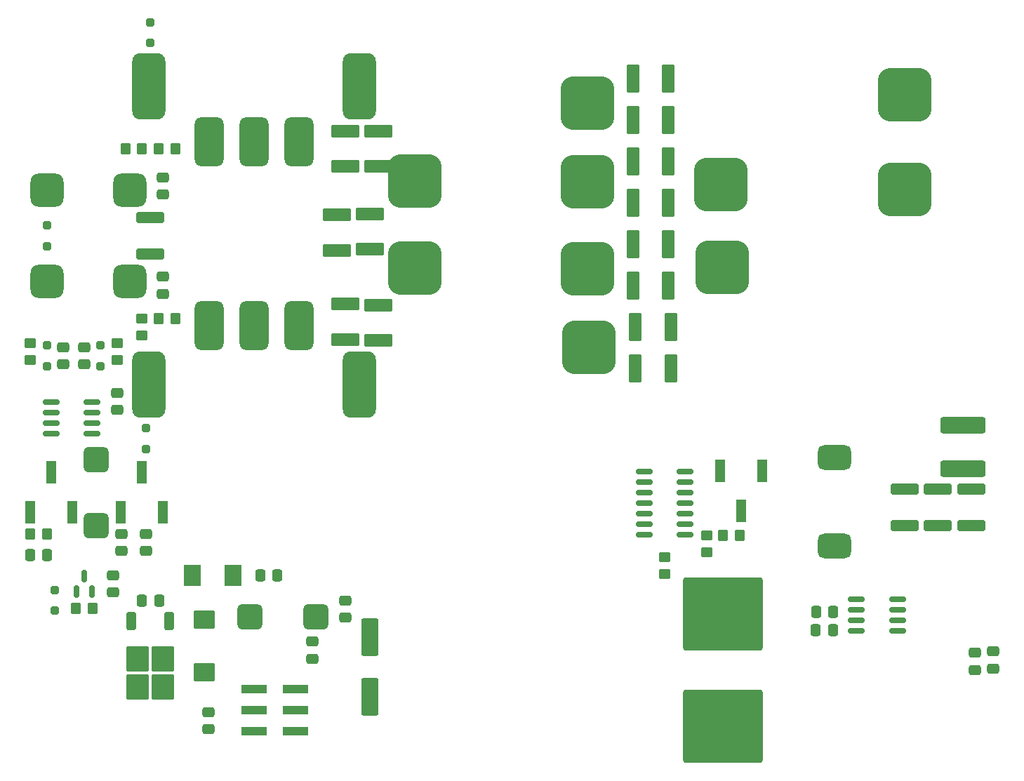
<source format=gbr>
G04 #@! TF.GenerationSoftware,KiCad,Pcbnew,7.0.1*
G04 #@! TF.CreationDate,2023-05-25T18:43:51+02:00*
G04 #@! TF.ProjectId,K_Munin400,4b5f4d75-6e69-46e3-9430-302e6b696361,rev?*
G04 #@! TF.SameCoordinates,Original*
G04 #@! TF.FileFunction,Paste,Top*
G04 #@! TF.FilePolarity,Positive*
%FSLAX46Y46*%
G04 Gerber Fmt 4.6, Leading zero omitted, Abs format (unit mm)*
G04 Created by KiCad (PCBNEW 7.0.1) date 2023-05-25 18:43:51*
%MOMM*%
%LPD*%
G01*
G04 APERTURE LIST*
G04 Aperture macros list*
%AMRoundRect*
0 Rectangle with rounded corners*
0 $1 Rounding radius*
0 $2 $3 $4 $5 $6 $7 $8 $9 X,Y pos of 4 corners*
0 Add a 4 corners polygon primitive as box body*
4,1,4,$2,$3,$4,$5,$6,$7,$8,$9,$2,$3,0*
0 Add four circle primitives for the rounded corners*
1,1,$1+$1,$2,$3*
1,1,$1+$1,$4,$5*
1,1,$1+$1,$6,$7*
1,1,$1+$1,$8,$9*
0 Add four rect primitives between the rounded corners*
20,1,$1+$1,$2,$3,$4,$5,0*
20,1,$1+$1,$4,$5,$6,$7,0*
20,1,$1+$1,$6,$7,$8,$9,0*
20,1,$1+$1,$8,$9,$2,$3,0*%
G04 Aperture macros list end*
%ADD10RoundRect,1.625000X1.625000X1.625000X-1.625000X1.625000X-1.625000X-1.625000X1.625000X-1.625000X0*%
%ADD11RoundRect,1.625000X-1.625000X1.625000X-1.625000X-1.625000X1.625000X-1.625000X1.625000X1.625000X0*%
%ADD12RoundRect,1.000000X1.000000X-1.000000X1.000000X1.000000X-1.000000X1.000000X-1.000000X-1.000000X0*%
%ADD13RoundRect,1.000000X-1.000000X-3.000000X1.000000X-3.000000X1.000000X3.000000X-1.000000X3.000000X0*%
%ADD14RoundRect,0.250000X0.475000X-0.337500X0.475000X0.337500X-0.475000X0.337500X-0.475000X-0.337500X0*%
%ADD15RoundRect,0.250000X-0.475000X0.337500X-0.475000X-0.337500X0.475000X-0.337500X0.475000X0.337500X0*%
%ADD16RoundRect,0.250000X-0.537500X-1.450000X0.537500X-1.450000X0.537500X1.450000X-0.537500X1.450000X0*%
%ADD17RoundRect,0.250000X0.337500X0.475000X-0.337500X0.475000X-0.337500X-0.475000X0.337500X-0.475000X0*%
%ADD18R,3.150000X1.000000*%
%ADD19R,1.190000X2.790000*%
%ADD20RoundRect,0.250000X0.250000X-0.250000X0.250000X0.250000X-0.250000X0.250000X-0.250000X-0.250000X0*%
%ADD21RoundRect,0.250000X-0.450000X0.350000X-0.450000X-0.350000X0.450000X-0.350000X0.450000X0.350000X0*%
%ADD22RoundRect,0.250000X-0.350000X-0.450000X0.350000X-0.450000X0.350000X0.450000X-0.350000X0.450000X0*%
%ADD23RoundRect,0.250000X1.450000X-0.537500X1.450000X0.537500X-1.450000X0.537500X-1.450000X-0.537500X0*%
%ADD24RoundRect,0.250000X-0.250000X0.250000X-0.250000X-0.250000X0.250000X-0.250000X0.250000X0.250000X0*%
%ADD25RoundRect,0.500000X-0.500000X1.500000X-0.500000X-1.500000X0.500000X-1.500000X0.500000X1.500000X0*%
%ADD26RoundRect,0.250000X-1.025000X0.875000X-1.025000X-0.875000X1.025000X-0.875000X1.025000X0.875000X0*%
%ADD27RoundRect,0.249999X-4.550001X4.150001X-4.550001X-4.150001X4.550001X-4.150001X4.550001X4.150001X0*%
%ADD28RoundRect,0.249999X2.450001X-0.737501X2.450001X0.737501X-2.450001X0.737501X-2.450001X-0.737501X0*%
%ADD29RoundRect,0.491801X1.008199X1.008199X-1.008199X1.008199X-1.008199X-1.008199X1.008199X-1.008199X0*%
%ADD30RoundRect,0.150000X0.825000X0.150000X-0.825000X0.150000X-0.825000X-0.150000X0.825000X-0.150000X0*%
%ADD31RoundRect,0.250000X-1.450000X0.400000X-1.450000X-0.400000X1.450000X-0.400000X1.450000X0.400000X0*%
%ADD32RoundRect,0.250000X-1.450000X0.537500X-1.450000X-0.537500X1.450000X-0.537500X1.450000X0.537500X0*%
%ADD33RoundRect,0.150000X-0.825000X-0.150000X0.825000X-0.150000X0.825000X0.150000X-0.825000X0.150000X0*%
%ADD34RoundRect,0.875000X-0.875000X-2.125000X0.875000X-2.125000X0.875000X2.125000X-0.875000X2.125000X0*%
%ADD35RoundRect,0.250001X-0.799999X1.999999X-0.799999X-1.999999X0.799999X-1.999999X0.799999X1.999999X0*%
%ADD36R,2.100000X2.600000*%
%ADD37RoundRect,0.750000X1.250000X0.750000X-1.250000X0.750000X-1.250000X-0.750000X1.250000X-0.750000X0*%
%ADD38RoundRect,0.250000X0.350000X0.450000X-0.350000X0.450000X-0.350000X-0.450000X0.350000X-0.450000X0*%
%ADD39RoundRect,0.150000X0.150000X-0.587500X0.150000X0.587500X-0.150000X0.587500X-0.150000X-0.587500X0*%
%ADD40RoundRect,0.250000X-0.350000X0.850000X-0.350000X-0.850000X0.350000X-0.850000X0.350000X0.850000X0*%
%ADD41RoundRect,0.250000X-1.125000X1.275000X-1.125000X-1.275000X1.125000X-1.275000X1.125000X1.275000X0*%
%ADD42RoundRect,0.491801X-1.008199X1.008199X-1.008199X-1.008199X1.008199X-1.008199X1.008199X1.008199X0*%
%ADD43RoundRect,0.500000X0.500000X-1.500000X0.500000X1.500000X-0.500000X1.500000X-0.500000X-1.500000X0*%
%ADD44RoundRect,1.625000X1.625000X-1.625000X1.625000X1.625000X-1.625000X1.625000X-1.625000X-1.625000X0*%
G04 APERTURE END LIST*
D10*
X135500000Y-109800000D03*
D11*
X157500000Y-100400000D03*
X157500000Y-89000000D03*
X135300000Y-99800000D03*
D12*
X54000000Y-100500000D03*
X54000000Y-111500000D03*
X64000000Y-111500000D03*
X64000000Y-100500000D03*
D13*
X66300000Y-88000000D03*
X91700000Y-88000000D03*
X66300000Y-124000000D03*
X91700000Y-124000000D03*
D14*
X58500000Y-119462500D03*
X58500000Y-121537500D03*
D15*
X168200000Y-156162500D03*
X168200000Y-158237500D03*
D16*
X125000000Y-117050000D03*
X129275000Y-117050000D03*
D17*
X54037500Y-144500000D03*
X51962500Y-144500000D03*
D18*
X78975000Y-160700000D03*
X84025000Y-160700000D03*
X78975000Y-163240000D03*
X84025000Y-163240000D03*
X78975000Y-165780000D03*
X84025000Y-165780000D03*
D19*
X140340000Y-134385000D03*
X137800000Y-139215000D03*
X135260000Y-134385000D03*
D20*
X54000000Y-107250000D03*
X54000000Y-104750000D03*
D16*
X124725000Y-97050000D03*
X129000000Y-97050000D03*
D21*
X128500000Y-144800000D03*
X128500000Y-146800000D03*
D22*
X67500000Y-116000000D03*
X69500000Y-116000000D03*
D15*
X86000000Y-154962500D03*
X86000000Y-157037500D03*
D23*
X93000000Y-107637500D03*
X93000000Y-103362500D03*
D24*
X66500000Y-80250000D03*
X66500000Y-82750000D03*
D25*
X96400000Y-100100000D03*
D11*
X119200000Y-110000000D03*
X98400000Y-109900000D03*
X119400000Y-119500000D03*
D21*
X65500000Y-118000000D03*
X65500000Y-116000000D03*
D26*
X73000000Y-152300000D03*
X73000000Y-158700000D03*
D27*
X135600000Y-151650000D03*
X135600000Y-165150000D03*
D28*
X164500000Y-134137500D03*
X164500000Y-128862500D03*
D29*
X86500000Y-152000000D03*
X78500000Y-152000000D03*
D30*
X131000000Y-142080000D03*
X131000000Y-140810000D03*
X131000000Y-139540000D03*
X131000000Y-138270000D03*
X131000000Y-137000000D03*
X131000000Y-135730000D03*
X131000000Y-134460000D03*
X126050000Y-134460000D03*
X126050000Y-135730000D03*
X126050000Y-137000000D03*
X126050000Y-138270000D03*
X126050000Y-139540000D03*
X126050000Y-140810000D03*
X126050000Y-142080000D03*
D14*
X62500000Y-127037500D03*
X62500000Y-124962500D03*
D22*
X52000000Y-142000000D03*
X54000000Y-142000000D03*
D16*
X125000000Y-122000000D03*
X129275000Y-122000000D03*
D24*
X60500000Y-119250000D03*
X60500000Y-121750000D03*
D23*
X94000000Y-97637500D03*
X94000000Y-93362500D03*
D14*
X62000000Y-149037500D03*
X62000000Y-146962500D03*
D16*
X124725000Y-92000000D03*
X129000000Y-92000000D03*
X124725000Y-102000000D03*
X129000000Y-102000000D03*
D14*
X68000000Y-101037500D03*
X68000000Y-98962500D03*
D31*
X66500000Y-103775000D03*
X66500000Y-108225000D03*
D32*
X90000000Y-114225000D03*
X90000000Y-118500000D03*
D17*
X81837500Y-147000000D03*
X79762500Y-147000000D03*
D33*
X54525000Y-126095000D03*
X54525000Y-127365000D03*
X54525000Y-128635000D03*
X54525000Y-129905000D03*
X59475000Y-129905000D03*
X59475000Y-128635000D03*
X59475000Y-127365000D03*
X59475000Y-126095000D03*
D17*
X148875000Y-151400000D03*
X146800000Y-151400000D03*
D15*
X63000000Y-141962500D03*
X63000000Y-144037500D03*
D23*
X89000000Y-107775000D03*
X89000000Y-103500000D03*
D17*
X148837500Y-153600000D03*
X146762500Y-153600000D03*
D19*
X51960000Y-139330000D03*
X54500000Y-134500000D03*
X57040000Y-139330000D03*
D14*
X73500000Y-165537500D03*
X73500000Y-163462500D03*
D30*
X156637500Y-153640000D03*
X156637500Y-152370000D03*
X156637500Y-151100000D03*
X156637500Y-149830000D03*
X151687500Y-149830000D03*
X151687500Y-151100000D03*
X151687500Y-152370000D03*
X151687500Y-153640000D03*
D14*
X56000000Y-121537500D03*
X56000000Y-119462500D03*
D31*
X157500000Y-136550000D03*
X157500000Y-141000000D03*
D21*
X62500000Y-119000000D03*
X62500000Y-121000000D03*
D19*
X62960000Y-139330000D03*
X65500000Y-134500000D03*
X68040000Y-139330000D03*
D14*
X90000000Y-152075000D03*
X90000000Y-150000000D03*
D34*
X73550000Y-116847500D03*
X79000000Y-116847500D03*
X84450000Y-116847500D03*
D35*
X93000000Y-154400000D03*
X93000000Y-161600000D03*
D21*
X52000000Y-121000000D03*
X52000000Y-119000000D03*
D36*
X71550000Y-147000000D03*
X76450000Y-147000000D03*
D37*
X149000000Y-143400000D03*
X149000000Y-132800000D03*
D15*
X66000000Y-141962500D03*
X66000000Y-144037500D03*
D20*
X55000000Y-151250000D03*
X55000000Y-148750000D03*
D38*
X65500000Y-95500000D03*
X63500000Y-95500000D03*
D24*
X66000000Y-129250000D03*
X66000000Y-131750000D03*
D31*
X165500000Y-136550000D03*
X165500000Y-141000000D03*
D34*
X73550000Y-94652500D03*
X79000000Y-94652500D03*
X84450000Y-94652500D03*
D39*
X57550000Y-148937500D03*
X59450000Y-148937500D03*
X58500000Y-147062500D03*
D15*
X166000000Y-156325000D03*
X166000000Y-158400000D03*
D17*
X67537500Y-150000000D03*
X65462500Y-150000000D03*
D32*
X94000000Y-114362500D03*
X94000000Y-118637500D03*
D31*
X161500000Y-136550000D03*
X161500000Y-141000000D03*
D16*
X124725000Y-112000000D03*
X129000000Y-112000000D03*
D40*
X68780000Y-152460000D03*
D41*
X68025000Y-157085000D03*
X64975000Y-157085000D03*
X68025000Y-160435000D03*
X64975000Y-160435000D03*
D40*
X64220000Y-152460000D03*
D42*
X60000000Y-141000000D03*
X60000000Y-133000000D03*
D23*
X90000000Y-97637500D03*
X90000000Y-93362500D03*
D16*
X124725000Y-87050000D03*
X129000000Y-87050000D03*
D43*
X96400000Y-109400000D03*
D44*
X119200000Y-99500000D03*
X98400000Y-99400000D03*
X119200000Y-90000000D03*
D38*
X137600000Y-142200000D03*
X135600000Y-142200000D03*
D21*
X133600000Y-142200000D03*
X133600000Y-144200000D03*
D22*
X57500000Y-151000000D03*
X59500000Y-151000000D03*
X67500000Y-95500000D03*
X69500000Y-95500000D03*
D15*
X68000000Y-110962500D03*
X68000000Y-113037500D03*
D16*
X124725000Y-107050000D03*
X129000000Y-107050000D03*
D24*
X54000000Y-121750000D03*
X54000000Y-119250000D03*
M02*

</source>
